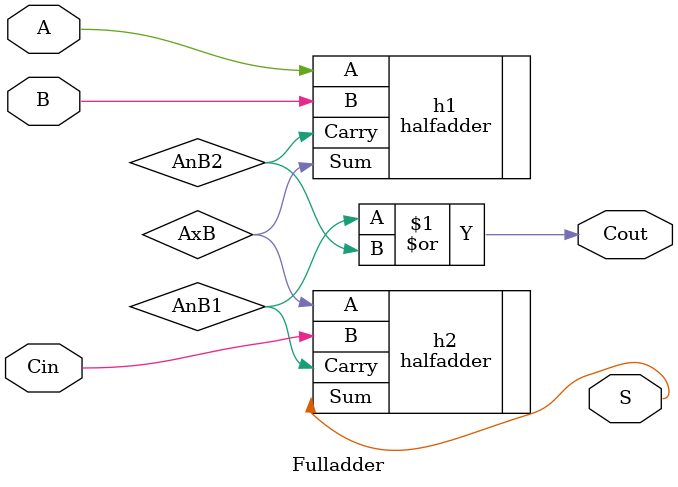
<source format=v>
module Fulladder (
    input  A,
    input  B,
    input  Cin,
    output S,
    output Cout
);
  wire AxB, AnB1, AnB2;


  halfadder h1 (
      .A(A),
      .B(B),
      .Sum(AxB),
      .Carry(AnB2)
  );

  halfadder h2 (
      .A(AxB),
      .B(Cin),
      .Sum(S),
      .Carry(AnB1)
  );

  or o1 (.Y(Cout), .A(AnB1), .B(AnB2));
endmodule

</source>
